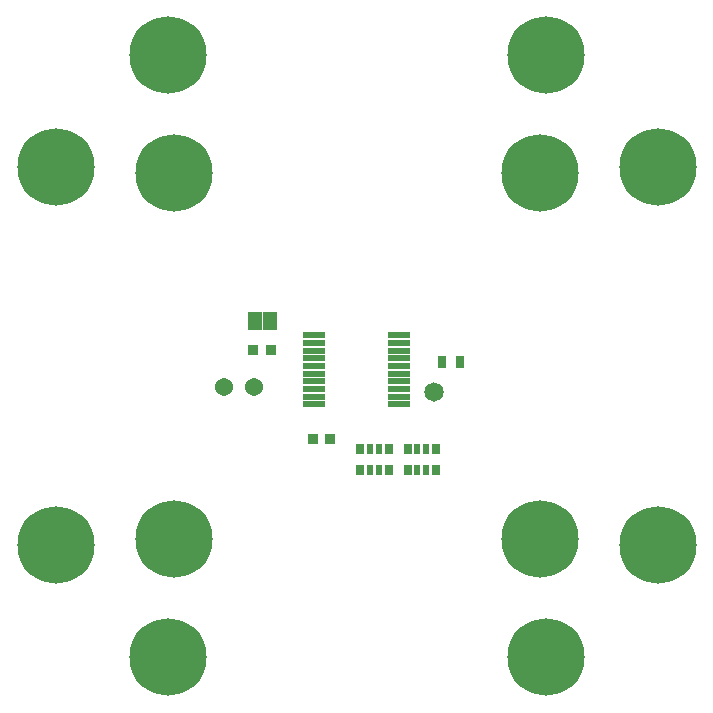
<source format=gbs>
G04 #@! TF.FileFunction,Soldermask,Bot*
%FSLAX46Y46*%
G04 Gerber Fmt 4.6, Leading zero omitted, Abs format (unit mm)*
G04 Created by KiCad (PCBNEW 4.0.7) date Tue Jun 12 13:47:43 2018*
%MOMM*%
%LPD*%
G01*
G04 APERTURE LIST*
%ADD10C,0.100000*%
%ADD11C,6.540000*%
%ADD12C,0.740000*%
%ADD13R,0.940000X0.890000*%
%ADD14C,1.540000*%
%ADD15C,1.640000*%
%ADD16R,1.285200X1.590000*%
%ADD17R,0.640000X1.040000*%
%ADD18R,1.890000X0.590000*%
%ADD19R,0.640000X0.940000*%
%ADD20R,0.540000X0.940000*%
G04 APERTURE END LIST*
D10*
D11*
X44500000Y44500000D03*
D12*
X46900000Y44500000D03*
X46197056Y42802944D03*
X44500000Y42100000D03*
X42802944Y42802944D03*
X42100000Y44500000D03*
X42802944Y46197056D03*
X44500000Y46900000D03*
X46197056Y46197056D03*
D11*
X44500000Y13500000D03*
D12*
X46900000Y13500000D03*
X46197056Y11802944D03*
X44500000Y11100000D03*
X42802944Y11802944D03*
X42100000Y13500000D03*
X42802944Y15197056D03*
X44500000Y15900000D03*
X46197056Y15197056D03*
D11*
X13500000Y13500000D03*
D12*
X15900000Y13500000D03*
X15197056Y11802944D03*
X13500000Y11100000D03*
X11802944Y11802944D03*
X11100000Y13500000D03*
X11802944Y15197056D03*
X13500000Y15900000D03*
X15197056Y15197056D03*
D11*
X13500000Y44500000D03*
D12*
X15900000Y44500000D03*
X15197056Y42802944D03*
X13500000Y42100000D03*
X11802944Y42802944D03*
X11100000Y44500000D03*
X11802944Y46197056D03*
X13500000Y46900000D03*
X15197056Y46197056D03*
D11*
X45000000Y3500000D03*
D12*
X47400000Y3500000D03*
X46697056Y1802944D03*
X45000000Y1100000D03*
X43302944Y1802944D03*
X42600000Y3500000D03*
X43302944Y5197056D03*
X45000000Y5900000D03*
X46697056Y5197056D03*
D11*
X13000000Y3500000D03*
D12*
X15400000Y3500000D03*
X14697056Y1802944D03*
X13000000Y1100000D03*
X11302944Y1802944D03*
X10600000Y3500000D03*
X11302944Y5197056D03*
X13000000Y5900000D03*
X14697056Y5197056D03*
D11*
X45000000Y54500000D03*
D12*
X45000000Y56900000D03*
X46697056Y56197056D03*
X47400000Y54500000D03*
X46697056Y52802944D03*
X45000000Y52100000D03*
X43302944Y52802944D03*
X42600000Y54500000D03*
X43302944Y56197056D03*
D11*
X13000000Y54500000D03*
D12*
X15400000Y54500000D03*
X14697056Y52802944D03*
X13000000Y52100000D03*
X11302944Y52802944D03*
X10600000Y54500000D03*
X11302944Y56197056D03*
X13000000Y56900000D03*
X14697056Y56197056D03*
D11*
X54500000Y13000000D03*
D12*
X56900000Y13000000D03*
X56197056Y11302944D03*
X54500000Y10600000D03*
X52802944Y11302944D03*
X52100000Y13000000D03*
X52802944Y14697056D03*
X54500000Y15400000D03*
X56197056Y14697056D03*
D11*
X54500000Y45000000D03*
D12*
X56900000Y45000000D03*
X56197056Y43302944D03*
X54500000Y42600000D03*
X52802944Y43302944D03*
X52100000Y45000000D03*
X52802944Y46697056D03*
X54500000Y47400000D03*
X56197056Y46697056D03*
D13*
X26750000Y22000000D03*
X25250000Y22000000D03*
X20250000Y29500000D03*
X21750000Y29500000D03*
D14*
X20280000Y26360000D03*
X17740000Y26360000D03*
D15*
X35500000Y26000000D03*
D16*
X20365000Y32000000D03*
X21635000Y32000000D03*
D17*
X37750000Y28500000D03*
X36250000Y28500000D03*
D11*
X3500000Y13000000D03*
D12*
X5900000Y13000000D03*
X5197056Y11302944D03*
X3500000Y10600000D03*
X1802944Y11302944D03*
X1100000Y13000000D03*
X1802944Y14697056D03*
X3500000Y15400000D03*
X5197056Y14697056D03*
D11*
X3500000Y45000000D03*
D12*
X5900000Y45000000D03*
X5197056Y43302944D03*
X3500000Y42600000D03*
X1802944Y43302944D03*
X1100000Y45000000D03*
X1802944Y46697056D03*
X3500000Y47400000D03*
X5197056Y46697056D03*
D18*
X25400000Y24925000D03*
X25400000Y25575000D03*
X25400000Y26225000D03*
X25400000Y26875000D03*
X25400000Y27525000D03*
X25400000Y28175000D03*
X25400000Y28825000D03*
X25400000Y29475000D03*
X25400000Y30125000D03*
X25400000Y30775000D03*
X32600000Y30775000D03*
X32600000Y30125000D03*
X32600000Y29475000D03*
X32600000Y28825000D03*
X32600000Y28175000D03*
X32600000Y27525000D03*
X32600000Y26875000D03*
X32600000Y26225000D03*
X32600000Y25575000D03*
X32600000Y24925000D03*
D19*
X35700000Y19350000D03*
D20*
X34100000Y19350000D03*
X34900000Y19350000D03*
D19*
X33300000Y19350000D03*
D20*
X34900000Y21150000D03*
D19*
X35700000Y21150000D03*
D20*
X34100000Y21150000D03*
D19*
X33300000Y21150000D03*
X31700000Y19350000D03*
D20*
X30100000Y19350000D03*
X30900000Y19350000D03*
D19*
X29300000Y19350000D03*
D20*
X30900000Y21150000D03*
D19*
X31700000Y21150000D03*
D20*
X30100000Y21150000D03*
D19*
X29300000Y21150000D03*
M02*

</source>
